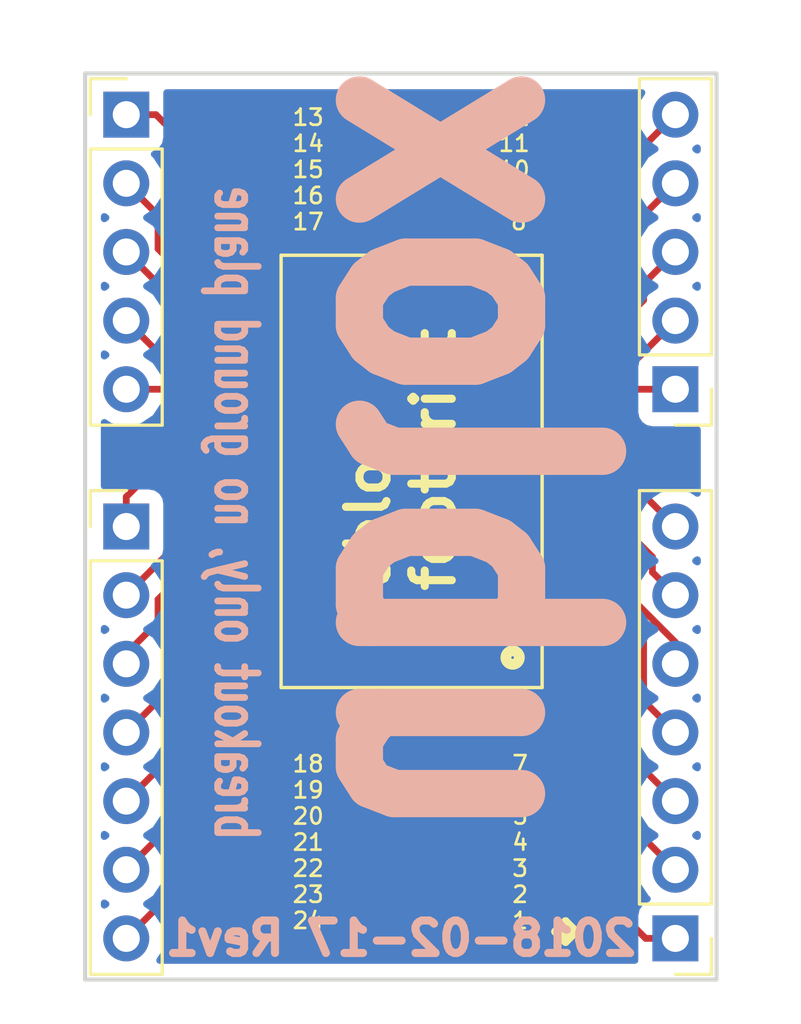
<source format=kicad_pcb>
(kicad_pcb (version 4) (host pcbnew 4.0.7)

  (general
    (links 24)
    (no_connects 0)
    (area 135.560999 92.380999 159.079001 126.059001)
    (thickness 1.6)
    (drawings 13)
    (tracks 83)
    (zones 0)
    (modules 5)
    (nets 25)
  )

  (page A4)
  (layers
    (0 F.Cu signal)
    (31 B.Cu signal)
    (32 B.Adhes user)
    (33 F.Adhes user)
    (34 B.Paste user)
    (35 F.Paste user)
    (36 B.SilkS user)
    (37 F.SilkS user)
    (38 B.Mask user)
    (39 F.Mask user)
    (40 Dwgs.User user)
    (41 Cmts.User user)
    (42 Eco1.User user)
    (43 Eco2.User user)
    (44 Edge.Cuts user)
    (45 Margin user)
    (46 B.CrtYd user)
    (47 F.CrtYd user)
    (48 B.Fab user)
    (49 F.Fab user)
  )

  (setup
    (last_trace_width 0.25)
    (trace_clearance 0.2)
    (zone_clearance 0.508)
    (zone_45_only no)
    (trace_min 0.2)
    (segment_width 0.2)
    (edge_width 0.15)
    (via_size 0.6)
    (via_drill 0.4)
    (via_min_size 0.4)
    (via_min_drill 0.3)
    (uvia_size 0.3)
    (uvia_drill 0.1)
    (uvias_allowed no)
    (uvia_min_size 0.2)
    (uvia_min_drill 0.1)
    (pcb_text_width 0.3)
    (pcb_text_size 1.5 1.5)
    (mod_edge_width 0.15)
    (mod_text_size 1 1)
    (mod_text_width 0.15)
    (pad_size 1.524 1.524)
    (pad_drill 0.762)
    (pad_to_mask_clearance 0.2)
    (aux_axis_origin 0 0)
    (visible_elements FFFFFF7F)
    (pcbplotparams
      (layerselection 0x00030_80000001)
      (usegerberextensions false)
      (excludeedgelayer true)
      (linewidth 0.100000)
      (plotframeref false)
      (viasonmask false)
      (mode 1)
      (useauxorigin false)
      (hpglpennumber 1)
      (hpglpenspeed 20)
      (hpglpendiameter 15)
      (hpglpenoverlay 2)
      (psnegative false)
      (psa4output false)
      (plotreference true)
      (plotvalue true)
      (plotinvisibletext false)
      (padsonsilk false)
      (subtractmaskfromsilk false)
      (outputformat 1)
      (mirror false)
      (drillshape 1)
      (scaleselection 1)
      (outputdirectory ""))
  )

  (net 0 "")
  (net 1 "Net-(J1-Pad1)")
  (net 2 "Net-(J1-Pad2)")
  (net 3 "Net-(J1-Pad3)")
  (net 4 "Net-(J1-Pad4)")
  (net 5 "Net-(J1-Pad5)")
  (net 6 "Net-(J2-Pad1)")
  (net 7 "Net-(J2-Pad2)")
  (net 8 "Net-(J2-Pad3)")
  (net 9 "Net-(J2-Pad4)")
  (net 10 "Net-(J2-Pad5)")
  (net 11 "Net-(J2-Pad6)")
  (net 12 "Net-(J2-Pad7)")
  (net 13 "Net-(J3-Pad1)")
  (net 14 "Net-(J3-Pad2)")
  (net 15 "Net-(J3-Pad3)")
  (net 16 "Net-(J3-Pad4)")
  (net 17 "Net-(J3-Pad5)")
  (net 18 "Net-(J4-Pad1)")
  (net 19 "Net-(J4-Pad2)")
  (net 20 "Net-(J4-Pad3)")
  (net 21 "Net-(J4-Pad4)")
  (net 22 "Net-(J4-Pad5)")
  (net 23 "Net-(J4-Pad6)")
  (net 24 "Net-(J4-Pad7)")

  (net_class Default "This is the default net class."
    (clearance 0.2)
    (trace_width 0.25)
    (via_dia 0.6)
    (via_drill 0.4)
    (uvia_dia 0.3)
    (uvia_drill 0.1)
    (add_net "Net-(J1-Pad1)")
    (add_net "Net-(J1-Pad2)")
    (add_net "Net-(J1-Pad3)")
    (add_net "Net-(J1-Pad4)")
    (add_net "Net-(J1-Pad5)")
    (add_net "Net-(J2-Pad1)")
    (add_net "Net-(J2-Pad2)")
    (add_net "Net-(J2-Pad3)")
    (add_net "Net-(J2-Pad4)")
    (add_net "Net-(J2-Pad5)")
    (add_net "Net-(J2-Pad6)")
    (add_net "Net-(J2-Pad7)")
    (add_net "Net-(J3-Pad1)")
    (add_net "Net-(J3-Pad2)")
    (add_net "Net-(J3-Pad3)")
    (add_net "Net-(J3-Pad4)")
    (add_net "Net-(J3-Pad5)")
    (add_net "Net-(J4-Pad1)")
    (add_net "Net-(J4-Pad2)")
    (add_net "Net-(J4-Pad3)")
    (add_net "Net-(J4-Pad4)")
    (add_net "Net-(J4-Pad5)")
    (add_net "Net-(J4-Pad6)")
    (add_net "Net-(J4-Pad7)")
  )

  (module Pin_Headers:Pin_Header_Straight_1x05_Pitch2.54mm (layer F.Cu) (tedit 5A890471) (tstamp 5A8903C5)
    (at 137.16 93.98)
    (descr "Through hole straight pin header, 1x05, 2.54mm pitch, single row")
    (tags "Through hole pin header THT 1x05 2.54mm single row")
    (path /5A8901DB)
    (fp_text reference J1 (at 0 -2.33) (layer F.SilkS) hide
      (effects (font (size 1 1) (thickness 0.15)))
    )
    (fp_text value Conn_01x05 (at 0 12.49) (layer F.Fab)
      (effects (font (size 1 1) (thickness 0.15)))
    )
    (fp_line (start -0.635 -1.27) (end 1.27 -1.27) (layer F.Fab) (width 0.1))
    (fp_line (start 1.27 -1.27) (end 1.27 11.43) (layer F.Fab) (width 0.1))
    (fp_line (start 1.27 11.43) (end -1.27 11.43) (layer F.Fab) (width 0.1))
    (fp_line (start -1.27 11.43) (end -1.27 -0.635) (layer F.Fab) (width 0.1))
    (fp_line (start -1.27 -0.635) (end -0.635 -1.27) (layer F.Fab) (width 0.1))
    (fp_line (start -1.33 11.49) (end 1.33 11.49) (layer F.SilkS) (width 0.12))
    (fp_line (start -1.33 1.27) (end -1.33 11.49) (layer F.SilkS) (width 0.12))
    (fp_line (start 1.33 1.27) (end 1.33 11.49) (layer F.SilkS) (width 0.12))
    (fp_line (start -1.33 1.27) (end 1.33 1.27) (layer F.SilkS) (width 0.12))
    (fp_line (start -1.33 0) (end -1.33 -1.33) (layer F.SilkS) (width 0.12))
    (fp_line (start -1.33 -1.33) (end 0 -1.33) (layer F.SilkS) (width 0.12))
    (fp_line (start -1.8 -1.8) (end -1.8 11.95) (layer F.CrtYd) (width 0.05))
    (fp_line (start -1.8 11.95) (end 1.8 11.95) (layer F.CrtYd) (width 0.05))
    (fp_line (start 1.8 11.95) (end 1.8 -1.8) (layer F.CrtYd) (width 0.05))
    (fp_line (start 1.8 -1.8) (end -1.8 -1.8) (layer F.CrtYd) (width 0.05))
    (fp_text user %R (at 0 5.08 90) (layer F.Fab)
      (effects (font (size 1 1) (thickness 0.15)))
    )
    (pad 1 thru_hole rect (at 0 0) (size 1.7 1.7) (drill 1) (layers *.Cu *.Mask)
      (net 1 "Net-(J1-Pad1)"))
    (pad 2 thru_hole oval (at 0 2.54) (size 1.7 1.7) (drill 1) (layers *.Cu *.Mask)
      (net 2 "Net-(J1-Pad2)"))
    (pad 3 thru_hole oval (at 0 5.08) (size 1.7 1.7) (drill 1) (layers *.Cu *.Mask)
      (net 3 "Net-(J1-Pad3)"))
    (pad 4 thru_hole oval (at 0 7.62) (size 1.7 1.7) (drill 1) (layers *.Cu *.Mask)
      (net 4 "Net-(J1-Pad4)"))
    (pad 5 thru_hole oval (at 0 10.16) (size 1.7 1.7) (drill 1) (layers *.Cu *.Mask)
      (net 5 "Net-(J1-Pad5)"))
    (model ${KISYS3DMOD}/Pin_Headers.3dshapes/Pin_Header_Straight_1x05_Pitch2.54mm.wrl
      (at (xyz 0 0 0))
      (scale (xyz 1 1 1))
      (rotate (xyz 0 0 0))
    )
  )

  (module Pin_Headers:Pin_Header_Straight_1x07_Pitch2.54mm (layer F.Cu) (tedit 5A89046C) (tstamp 5A8903D0)
    (at 137.16 109.22)
    (descr "Through hole straight pin header, 1x07, 2.54mm pitch, single row")
    (tags "Through hole pin header THT 1x07 2.54mm single row")
    (path /5A890391)
    (fp_text reference J2 (at 0 -2.33) (layer F.SilkS) hide
      (effects (font (size 1 1) (thickness 0.15)))
    )
    (fp_text value Conn_01x07 (at 0 17.57) (layer F.Fab)
      (effects (font (size 1 1) (thickness 0.15)))
    )
    (fp_line (start -0.635 -1.27) (end 1.27 -1.27) (layer F.Fab) (width 0.1))
    (fp_line (start 1.27 -1.27) (end 1.27 16.51) (layer F.Fab) (width 0.1))
    (fp_line (start 1.27 16.51) (end -1.27 16.51) (layer F.Fab) (width 0.1))
    (fp_line (start -1.27 16.51) (end -1.27 -0.635) (layer F.Fab) (width 0.1))
    (fp_line (start -1.27 -0.635) (end -0.635 -1.27) (layer F.Fab) (width 0.1))
    (fp_line (start -1.33 16.57) (end 1.33 16.57) (layer F.SilkS) (width 0.12))
    (fp_line (start -1.33 1.27) (end -1.33 16.57) (layer F.SilkS) (width 0.12))
    (fp_line (start 1.33 1.27) (end 1.33 16.57) (layer F.SilkS) (width 0.12))
    (fp_line (start -1.33 1.27) (end 1.33 1.27) (layer F.SilkS) (width 0.12))
    (fp_line (start -1.33 0) (end -1.33 -1.33) (layer F.SilkS) (width 0.12))
    (fp_line (start -1.33 -1.33) (end 0 -1.33) (layer F.SilkS) (width 0.12))
    (fp_line (start -1.8 -1.8) (end -1.8 17.05) (layer F.CrtYd) (width 0.05))
    (fp_line (start -1.8 17.05) (end 1.8 17.05) (layer F.CrtYd) (width 0.05))
    (fp_line (start 1.8 17.05) (end 1.8 -1.8) (layer F.CrtYd) (width 0.05))
    (fp_line (start 1.8 -1.8) (end -1.8 -1.8) (layer F.CrtYd) (width 0.05))
    (fp_text user %R (at 0 7.62 90) (layer F.Fab)
      (effects (font (size 1 1) (thickness 0.15)))
    )
    (pad 1 thru_hole rect (at 0 0) (size 1.7 1.7) (drill 1) (layers *.Cu *.Mask)
      (net 6 "Net-(J2-Pad1)"))
    (pad 2 thru_hole oval (at 0 2.54) (size 1.7 1.7) (drill 1) (layers *.Cu *.Mask)
      (net 7 "Net-(J2-Pad2)"))
    (pad 3 thru_hole oval (at 0 5.08) (size 1.7 1.7) (drill 1) (layers *.Cu *.Mask)
      (net 8 "Net-(J2-Pad3)"))
    (pad 4 thru_hole oval (at 0 7.62) (size 1.7 1.7) (drill 1) (layers *.Cu *.Mask)
      (net 9 "Net-(J2-Pad4)"))
    (pad 5 thru_hole oval (at 0 10.16) (size 1.7 1.7) (drill 1) (layers *.Cu *.Mask)
      (net 10 "Net-(J2-Pad5)"))
    (pad 6 thru_hole oval (at 0 12.7) (size 1.7 1.7) (drill 1) (layers *.Cu *.Mask)
      (net 11 "Net-(J2-Pad6)"))
    (pad 7 thru_hole oval (at 0 15.24) (size 1.7 1.7) (drill 1) (layers *.Cu *.Mask)
      (net 12 "Net-(J2-Pad7)"))
    (model ${KISYS3DMOD}/Pin_Headers.3dshapes/Pin_Header_Straight_1x07_Pitch2.54mm.wrl
      (at (xyz 0 0 0))
      (scale (xyz 1 1 1))
      (rotate (xyz 0 0 0))
    )
  )

  (module Pin_Headers:Pin_Header_Straight_1x05_Pitch2.54mm (layer F.Cu) (tedit 5A890466) (tstamp 5A8903D9)
    (at 157.48 104.14 180)
    (descr "Through hole straight pin header, 1x05, 2.54mm pitch, single row")
    (tags "Through hole pin header THT 1x05 2.54mm single row")
    (path /5A8902A3)
    (fp_text reference J3 (at 0 -2.33 180) (layer F.SilkS) hide
      (effects (font (size 1 1) (thickness 0.15)))
    )
    (fp_text value Conn_01x05 (at 0 12.49 180) (layer F.Fab)
      (effects (font (size 1 1) (thickness 0.15)))
    )
    (fp_line (start -0.635 -1.27) (end 1.27 -1.27) (layer F.Fab) (width 0.1))
    (fp_line (start 1.27 -1.27) (end 1.27 11.43) (layer F.Fab) (width 0.1))
    (fp_line (start 1.27 11.43) (end -1.27 11.43) (layer F.Fab) (width 0.1))
    (fp_line (start -1.27 11.43) (end -1.27 -0.635) (layer F.Fab) (width 0.1))
    (fp_line (start -1.27 -0.635) (end -0.635 -1.27) (layer F.Fab) (width 0.1))
    (fp_line (start -1.33 11.49) (end 1.33 11.49) (layer F.SilkS) (width 0.12))
    (fp_line (start -1.33 1.27) (end -1.33 11.49) (layer F.SilkS) (width 0.12))
    (fp_line (start 1.33 1.27) (end 1.33 11.49) (layer F.SilkS) (width 0.12))
    (fp_line (start -1.33 1.27) (end 1.33 1.27) (layer F.SilkS) (width 0.12))
    (fp_line (start -1.33 0) (end -1.33 -1.33) (layer F.SilkS) (width 0.12))
    (fp_line (start -1.33 -1.33) (end 0 -1.33) (layer F.SilkS) (width 0.12))
    (fp_line (start -1.8 -1.8) (end -1.8 11.95) (layer F.CrtYd) (width 0.05))
    (fp_line (start -1.8 11.95) (end 1.8 11.95) (layer F.CrtYd) (width 0.05))
    (fp_line (start 1.8 11.95) (end 1.8 -1.8) (layer F.CrtYd) (width 0.05))
    (fp_line (start 1.8 -1.8) (end -1.8 -1.8) (layer F.CrtYd) (width 0.05))
    (fp_text user %R (at 0 5.08 270) (layer F.Fab)
      (effects (font (size 1 1) (thickness 0.15)))
    )
    (pad 1 thru_hole rect (at 0 0 180) (size 1.7 1.7) (drill 1) (layers *.Cu *.Mask)
      (net 13 "Net-(J3-Pad1)"))
    (pad 2 thru_hole oval (at 0 2.54 180) (size 1.7 1.7) (drill 1) (layers *.Cu *.Mask)
      (net 14 "Net-(J3-Pad2)"))
    (pad 3 thru_hole oval (at 0 5.08 180) (size 1.7 1.7) (drill 1) (layers *.Cu *.Mask)
      (net 15 "Net-(J3-Pad3)"))
    (pad 4 thru_hole oval (at 0 7.62 180) (size 1.7 1.7) (drill 1) (layers *.Cu *.Mask)
      (net 16 "Net-(J3-Pad4)"))
    (pad 5 thru_hole oval (at 0 10.16 180) (size 1.7 1.7) (drill 1) (layers *.Cu *.Mask)
      (net 17 "Net-(J3-Pad5)"))
    (model ${KISYS3DMOD}/Pin_Headers.3dshapes/Pin_Header_Straight_1x05_Pitch2.54mm.wrl
      (at (xyz 0 0 0))
      (scale (xyz 1 1 1))
      (rotate (xyz 0 0 0))
    )
  )

  (module Pin_Headers:Pin_Header_Straight_1x07_Pitch2.54mm (layer F.Cu) (tedit 5A890461) (tstamp 5A8903E4)
    (at 157.48 124.46 180)
    (descr "Through hole straight pin header, 1x07, 2.54mm pitch, single row")
    (tags "Through hole pin header THT 1x07 2.54mm single row")
    (path /5A890454)
    (fp_text reference J4 (at 0 -2.33 180) (layer F.SilkS) hide
      (effects (font (size 1 1) (thickness 0.15)))
    )
    (fp_text value Conn_01x07 (at 0 17.57 180) (layer F.Fab)
      (effects (font (size 1 1) (thickness 0.15)))
    )
    (fp_line (start -0.635 -1.27) (end 1.27 -1.27) (layer F.Fab) (width 0.1))
    (fp_line (start 1.27 -1.27) (end 1.27 16.51) (layer F.Fab) (width 0.1))
    (fp_line (start 1.27 16.51) (end -1.27 16.51) (layer F.Fab) (width 0.1))
    (fp_line (start -1.27 16.51) (end -1.27 -0.635) (layer F.Fab) (width 0.1))
    (fp_line (start -1.27 -0.635) (end -0.635 -1.27) (layer F.Fab) (width 0.1))
    (fp_line (start -1.33 16.57) (end 1.33 16.57) (layer F.SilkS) (width 0.12))
    (fp_line (start -1.33 1.27) (end -1.33 16.57) (layer F.SilkS) (width 0.12))
    (fp_line (start 1.33 1.27) (end 1.33 16.57) (layer F.SilkS) (width 0.12))
    (fp_line (start -1.33 1.27) (end 1.33 1.27) (layer F.SilkS) (width 0.12))
    (fp_line (start -1.33 0) (end -1.33 -1.33) (layer F.SilkS) (width 0.12))
    (fp_line (start -1.33 -1.33) (end 0 -1.33) (layer F.SilkS) (width 0.12))
    (fp_line (start -1.8 -1.8) (end -1.8 17.05) (layer F.CrtYd) (width 0.05))
    (fp_line (start -1.8 17.05) (end 1.8 17.05) (layer F.CrtYd) (width 0.05))
    (fp_line (start 1.8 17.05) (end 1.8 -1.8) (layer F.CrtYd) (width 0.05))
    (fp_line (start 1.8 -1.8) (end -1.8 -1.8) (layer F.CrtYd) (width 0.05))
    (fp_text user %R (at 0 7.62 270) (layer F.Fab)
      (effects (font (size 1 1) (thickness 0.15)))
    )
    (pad 1 thru_hole rect (at 0 0 180) (size 1.7 1.7) (drill 1) (layers *.Cu *.Mask)
      (net 18 "Net-(J4-Pad1)"))
    (pad 2 thru_hole oval (at 0 2.54 180) (size 1.7 1.7) (drill 1) (layers *.Cu *.Mask)
      (net 19 "Net-(J4-Pad2)"))
    (pad 3 thru_hole oval (at 0 5.08 180) (size 1.7 1.7) (drill 1) (layers *.Cu *.Mask)
      (net 20 "Net-(J4-Pad3)"))
    (pad 4 thru_hole oval (at 0 7.62 180) (size 1.7 1.7) (drill 1) (layers *.Cu *.Mask)
      (net 21 "Net-(J4-Pad4)"))
    (pad 5 thru_hole oval (at 0 10.16 180) (size 1.7 1.7) (drill 1) (layers *.Cu *.Mask)
      (net 22 "Net-(J4-Pad5)"))
    (pad 6 thru_hole oval (at 0 12.7 180) (size 1.7 1.7) (drill 1) (layers *.Cu *.Mask)
      (net 23 "Net-(J4-Pad6)"))
    (pad 7 thru_hole oval (at 0 15.24 180) (size 1.7 1.7) (drill 1) (layers *.Cu *.Mask)
      (net 24 "Net-(J4-Pad7)"))
    (model ${KISYS3DMOD}/Pin_Headers.3dshapes/Pin_Header_Straight_1x07_Pitch2.54mm.wrl
      (at (xyz 0 0 0))
      (scale (xyz 1 1 1))
      (rotate (xyz 0 0 0))
    )
  )

  (module CustomFootprintLibrary:UBLOX_NEO-6 (layer F.Cu) (tedit 5A890988) (tstamp 5A890400)
    (at 147.32 106.68)
    (descr "NEO-6 SERIES - U-BLOX 6 NEO SERIES GALILEO-READY GPS MODULES")
    (tags "NEO-6 SERIES - U-BLOX 6 NEO SERIES GALILEO-READY GPS MODULES")
    (path /5A8901A5)
    (attr smd)
    (fp_text reference M1 (at -1.905 0 90) (layer F.SilkS) hide
      (effects (font (thickness 0.15)))
    )
    (fp_text value UBLOX_NEO-6 (at 1.905 0.635 90) (layer F.SilkS) hide
      (effects (font (thickness 0.15)))
    )
    (fp_line (start -4.42976 -7.49808) (end 5.22986 -7.49808) (layer F.SilkS) (width 0.127))
    (fp_line (start -4.42976 -7.49808) (end -4.42976 8.49884) (layer F.SilkS) (width 0.127))
    (fp_line (start -4.42976 8.49884) (end 5.22986 8.49884) (layer F.SilkS) (width 0.127))
    (fp_line (start 5.22986 8.49884) (end 5.22986 -7.49808) (layer F.SilkS) (width 0.127))
    (fp_circle (center 4.13766 7.38886) (end 4.13766 7.13994) (layer F.SilkS) (width 0.39878))
    (pad 1_RE smd rect (at 6.39826 7.39902 90) (size 0.79756 1.79832) (layers F.Cu F.Paste F.Mask)
      (net 18 "Net-(J4-Pad1)"))
    (pad 2_SS smd rect (at 6.39826 6.2992 90) (size 0.79756 1.79832) (layers F.Cu F.Paste F.Mask)
      (net 19 "Net-(J4-Pad2)"))
    (pad 3_TI smd rect (at 6.39826 5.19938 90) (size 0.79756 1.79832) (layers F.Cu F.Paste F.Mask)
      (net 20 "Net-(J4-Pad3)"))
    (pad 4_EX smd rect (at 6.39826 4.09956 90) (size 0.79756 1.79832) (layers F.Cu F.Paste F.Mask)
      (net 21 "Net-(J4-Pad4)"))
    (pad 5_US smd rect (at 6.39826 2.99974 90) (size 0.79756 1.79832) (layers F.Cu F.Paste F.Mask)
      (net 22 "Net-(J4-Pad5)"))
    (pad 6_US smd rect (at 6.39826 1.89992 90) (size 0.79756 1.79832) (layers F.Cu F.Paste F.Mask)
      (net 23 "Net-(J4-Pad6)"))
    (pad 7_VD smd rect (at 6.39826 0.79756 90) (size 0.79756 1.79832) (layers F.Cu F.Paste F.Mask)
      (net 24 "Net-(J4-Pad7)"))
    (pad 8_RE smd rect (at 6.39826 -2.19964 90) (size 0.79756 1.79832) (layers F.Cu F.Paste F.Mask)
      (net 13 "Net-(J3-Pad1)"))
    (pad 9_VC smd rect (at 6.39826 -3.29946 90) (size 0.79756 1.79832) (layers F.Cu F.Paste F.Mask)
      (net 14 "Net-(J3-Pad2)"))
    (pad 10_G smd rect (at 6.39826 -4.39928 90) (size 0.79756 1.79832) (layers F.Cu F.Paste F.Mask)
      (net 15 "Net-(J3-Pad3)"))
    (pad 11_R smd rect (at 6.39826 -5.4991 90) (size 0.79756 1.79832) (layers F.Cu F.Paste F.Mask)
      (net 16 "Net-(J3-Pad4)"))
    (pad 12_G smd rect (at 6.39826 -6.59892 90) (size 0.79756 1.79832) (layers F.Cu F.Paste F.Mask)
      (net 17 "Net-(J3-Pad5)"))
    (pad 13_G smd rect (at -5.59816 -6.59892 90) (size 0.79756 1.79832) (layers F.Cu F.Paste F.Mask)
      (net 1 "Net-(J1-Pad1)"))
    (pad 14_M smd rect (at -5.59816 -5.4991 90) (size 0.79756 1.79832) (layers F.Cu F.Paste F.Mask)
      (net 2 "Net-(J1-Pad2)"))
    (pad 15_M smd rect (at -5.59816 -4.39928 90) (size 0.79756 1.79832) (layers F.Cu F.Paste F.Mask)
      (net 3 "Net-(J1-Pad3)"))
    (pad 16_C smd rect (at -5.59816 -3.29946 90) (size 0.79756 1.79832) (layers F.Cu F.Paste F.Mask)
      (net 4 "Net-(J1-Pad4)"))
    (pad 17_R smd rect (at -5.59816 -2.19964 90) (size 0.79756 1.79832) (layers F.Cu F.Paste F.Mask)
      (net 5 "Net-(J1-Pad5)"))
    (pad 18_S smd rect (at -5.59816 0.79756 90) (size 0.79756 1.79832) (layers F.Cu F.Paste F.Mask)
      (net 6 "Net-(J2-Pad1)"))
    (pad 19_S smd rect (at -5.59816 1.89992 90) (size 0.79756 1.79832) (layers F.Cu F.Paste F.Mask)
      (net 7 "Net-(J2-Pad2)"))
    (pad 20_T smd rect (at -5.59816 2.99974 90) (size 0.79756 1.79832) (layers F.Cu F.Paste F.Mask)
      (net 8 "Net-(J2-Pad3)"))
    (pad 21_R smd rect (at -5.59816 4.09956 90) (size 0.79756 1.79832) (layers F.Cu F.Paste F.Mask)
      (net 9 "Net-(J2-Pad4)"))
    (pad 22_V smd rect (at -5.59816 5.19938 90) (size 0.79756 1.79832) (layers F.Cu F.Paste F.Mask)
      (net 10 "Net-(J2-Pad5)"))
    (pad 23_V smd rect (at -5.59816 6.2992 90) (size 0.79756 1.79832) (layers F.Cu F.Paste F.Mask)
      (net 11 "Net-(J2-Pad6)"))
    (pad 24_G smd rect (at -5.59816 7.39902 90) (size 0.79756 1.79832) (layers F.Cu F.Paste F.Mask)
      (net 12 "Net-(J2-Pad7)"))
  )

  (gr_text "ublox\nfootprint" (at 147.32 111.76 90) (layer F.SilkS)
    (effects (font (size 1.5 1.5) (thickness 0.3)) (justify left))
  )
  (gr_text "breakout only, no ground plane" (at 141.224 108.712 270) (layer B.SilkS)
    (effects (font (size 1.5 1) (thickness 0.25)) (justify mirror))
  )
  (gr_text ublox (at 149.86 121.92 270) (layer B.SilkS)
    (effects (font (size 9 7) (thickness 1.75)) (justify left mirror))
  )
  (gr_text "2018-02-17 Rev1" (at 147.32 124.46) (layer B.SilkS)
    (effects (font (size 1.2 1.2) (thickness 0.3)) (justify mirror))
  )
  (gr_text "13\n14\n15\n16\n17" (at 143.256 96.012) (layer F.SilkS) (tstamp 5A8906E7)
    (effects (font (size 0.6 0.6) (thickness 0.1)) (justify left))
  )
  (gr_text "12\n11\n10\n 9\n 8" (at 150.876 96.012) (layer F.SilkS) (tstamp 5A8906BF)
    (effects (font (size 0.6 0.6) (thickness 0.1)) (justify left))
  )
  (gr_text "18\n19\n20\n21\n22\n23\n24" (at 143.256 120.904) (layer F.SilkS) (tstamp 5A890674)
    (effects (font (size 0.6 0.6) (thickness 0.1)) (justify left))
  )
  (gr_text "7\n6\n5\n4\n3\n2\n1" (at 151.384 120.904) (layer F.SilkS)
    (effects (font (size 0.6 0.6) (thickness 0.1)) (justify left))
  )
  (gr_line (start 159.004 92.456) (end 135.636 92.456) (layer Edge.Cuts) (width 0.15))
  (gr_line (start 159.004 125.984) (end 159.004 92.456) (layer Edge.Cuts) (width 0.15))
  (gr_line (start 135.636 125.984) (end 159.004 125.984) (layer Edge.Cuts) (width 0.15))
  (gr_line (start 135.636 92.456) (end 135.636 125.984) (layer Edge.Cuts) (width 0.15))
  (gr_text . (at 153.416 120.904) (layer F.SilkS)
    (effects (font (size 8 8) (thickness 0.3)))
  )

  (segment (start 137.16 93.98) (end 138.26 93.98) (width 0.25) (layer F.Cu) (net 1))
  (segment (start 138.26 93.98) (end 141.72184 97.44184) (width 0.25) (layer F.Cu) (net 1))
  (segment (start 141.72184 97.44184) (end 141.72184 99.4323) (width 0.25) (layer F.Cu) (net 1))
  (segment (start 141.72184 99.4323) (end 141.72184 100.08108) (width 0.25) (layer F.Cu) (net 1))
  (segment (start 137.16 96.52) (end 138.335001 97.695001) (width 0.25) (layer F.Cu) (net 2))
  (segment (start 138.335001 97.695001) (end 138.335001 98.943221) (width 0.25) (layer F.Cu) (net 2))
  (segment (start 138.335001 98.943221) (end 140.57268 101.1809) (width 0.25) (layer F.Cu) (net 2))
  (segment (start 140.57268 101.1809) (end 141.72184 101.1809) (width 0.25) (layer F.Cu) (net 2))
  (segment (start 137.16 99.06) (end 140.38072 102.28072) (width 0.25) (layer F.Cu) (net 3))
  (segment (start 140.38072 102.28072) (end 141.72184 102.28072) (width 0.25) (layer F.Cu) (net 3))
  (segment (start 137.16 101.6) (end 138.94054 103.38054) (width 0.25) (layer F.Cu) (net 4))
  (segment (start 138.94054 103.38054) (end 141.72184 103.38054) (width 0.25) (layer F.Cu) (net 4))
  (segment (start 137.16 104.14) (end 141.38148 104.14) (width 0.25) (layer F.Cu) (net 5))
  (segment (start 141.38148 104.14) (end 141.72184 104.48036) (width 0.25) (layer F.Cu) (net 5))
  (segment (start 137.16 109.22) (end 137.16 108.12) (width 0.25) (layer F.Cu) (net 6))
  (segment (start 137.16 108.12) (end 137.80244 107.47756) (width 0.25) (layer F.Cu) (net 6))
  (segment (start 137.80244 107.47756) (end 140.57268 107.47756) (width 0.25) (layer F.Cu) (net 6))
  (segment (start 140.57268 107.47756) (end 141.72184 107.47756) (width 0.25) (layer F.Cu) (net 6))
  (segment (start 137.16 111.76) (end 140.34008 108.57992) (width 0.25) (layer F.Cu) (net 7))
  (segment (start 140.34008 108.57992) (end 141.72184 108.57992) (width 0.25) (layer F.Cu) (net 7))
  (segment (start 138.335001 111.917419) (end 140.57268 109.67974) (width 0.25) (layer F.Cu) (net 8))
  (segment (start 138.335001 112.746867) (end 138.335001 111.917419) (width 0.25) (layer F.Cu) (net 8))
  (segment (start 137.16 113.921868) (end 138.335001 112.746867) (width 0.25) (layer F.Cu) (net 8))
  (segment (start 140.57268 109.67974) (end 141.72184 109.67974) (width 0.25) (layer F.Cu) (net 8))
  (segment (start 137.16 114.3) (end 137.16 113.921868) (width 0.25) (layer F.Cu) (net 8))
  (segment (start 137.16 116.84) (end 138.684 115.316) (width 0.25) (layer F.Cu) (net 9))
  (segment (start 138.684 115.316) (end 138.684 113.034278) (width 0.25) (layer F.Cu) (net 9))
  (segment (start 138.684 113.034278) (end 140.938718 110.77956) (width 0.25) (layer F.Cu) (net 9))
  (segment (start 140.938718 110.77956) (end 141.72184 110.77956) (width 0.25) (layer F.Cu) (net 9))
  (segment (start 137.16 119.38) (end 139.192 117.348) (width 0.25) (layer F.Cu) (net 10))
  (segment (start 139.192 117.348) (end 139.192 113.26006) (width 0.25) (layer F.Cu) (net 10))
  (segment (start 139.192 113.26006) (end 140.57268 111.87938) (width 0.25) (layer F.Cu) (net 10))
  (segment (start 140.57268 111.87938) (end 141.72184 111.87938) (width 0.25) (layer F.Cu) (net 10))
  (segment (start 137.16 121.92) (end 140.208 118.872) (width 0.25) (layer F.Cu) (net 11))
  (segment (start 140.208 118.872) (end 140.208 113.34388) (width 0.25) (layer F.Cu) (net 11))
  (segment (start 140.208 113.34388) (end 140.57268 112.9792) (width 0.25) (layer F.Cu) (net 11))
  (segment (start 140.57268 112.9792) (end 141.72184 112.9792) (width 0.25) (layer F.Cu) (net 11))
  (segment (start 137.16 124.46) (end 141.72184 119.89816) (width 0.25) (layer F.Cu) (net 12))
  (segment (start 141.72184 119.89816) (end 141.72184 114.07902) (width 0.25) (layer F.Cu) (net 12))
  (segment (start 157.48 104.14) (end 154.05862 104.14) (width 0.25) (layer F.Cu) (net 13))
  (segment (start 154.05862 104.14) (end 153.71826 104.48036) (width 0.25) (layer F.Cu) (net 13))
  (segment (start 157.48 101.6) (end 155.69946 103.38054) (width 0.25) (layer F.Cu) (net 14))
  (segment (start 155.69946 103.38054) (end 153.71826 103.38054) (width 0.25) (layer F.Cu) (net 14))
  (segment (start 157.48 99.06) (end 156.304999 100.235001) (width 0.25) (layer F.Cu) (net 15))
  (segment (start 156.304999 100.235001) (end 156.304999 100.843141) (width 0.25) (layer F.Cu) (net 15))
  (segment (start 156.304999 100.843141) (end 154.86742 102.28072) (width 0.25) (layer F.Cu) (net 15))
  (segment (start 154.86742 102.28072) (end 153.71826 102.28072) (width 0.25) (layer F.Cu) (net 15))
  (segment (start 157.48 96.52) (end 154.942421 99.057579) (width 0.25) (layer F.Cu) (net 16))
  (segment (start 154.942421 99.057579) (end 154.942421 101.105899) (width 0.25) (layer F.Cu) (net 16))
  (segment (start 154.942421 101.105899) (end 154.86742 101.1809) (width 0.25) (layer F.Cu) (net 16))
  (segment (start 154.86742 101.1809) (end 153.71826 101.1809) (width 0.25) (layer F.Cu) (net 16))
  (segment (start 157.48 93.98) (end 153.71826 97.74174) (width 0.25) (layer F.Cu) (net 17))
  (segment (start 153.71826 97.74174) (end 153.71826 100.08108) (width 0.25) (layer F.Cu) (net 17))
  (segment (start 157.48 124.46) (end 156.38 124.46) (width 0.25) (layer F.Cu) (net 18))
  (segment (start 156.38 124.46) (end 153.71826 121.79826) (width 0.25) (layer F.Cu) (net 18))
  (segment (start 153.71826 121.79826) (end 153.71826 114.7278) (width 0.25) (layer F.Cu) (net 18))
  (segment (start 153.71826 114.7278) (end 153.71826 114.07902) (width 0.25) (layer F.Cu) (net 18))
  (segment (start 154.86742 112.9792) (end 153.71826 112.9792) (width 0.25) (layer F.Cu) (net 19))
  (segment (start 155.404977 113.516757) (end 154.86742 112.9792) (width 0.25) (layer F.Cu) (net 19))
  (segment (start 155.404977 119.844977) (end 155.404977 113.516757) (width 0.25) (layer F.Cu) (net 19))
  (segment (start 157.48 121.92) (end 155.404977 119.844977) (width 0.25) (layer F.Cu) (net 19))
  (segment (start 154.587558 111.87938) (end 153.71826 111.87938) (width 0.25) (layer F.Cu) (net 20))
  (segment (start 155.854988 113.14681) (end 154.587558 111.87938) (width 0.25) (layer F.Cu) (net 20))
  (segment (start 155.854988 117.754988) (end 155.854988 113.14681) (width 0.25) (layer F.Cu) (net 20))
  (segment (start 157.48 119.38) (end 155.854988 117.754988) (width 0.25) (layer F.Cu) (net 20))
  (segment (start 154.877421 111.155599) (end 154.094299 111.155599) (width 0.25) (layer F.Cu) (net 21))
  (segment (start 154.094299 111.155599) (end 153.71826 110.77956) (width 0.25) (layer F.Cu) (net 21))
  (segment (start 154.942421 111.220599) (end 154.877421 111.155599) (width 0.25) (layer F.Cu) (net 21))
  (segment (start 154.942421 111.597833) (end 154.942421 111.220599) (width 0.25) (layer F.Cu) (net 21))
  (segment (start 156.304999 115.664999) (end 156.304999 112.960411) (width 0.25) (layer F.Cu) (net 21))
  (segment (start 157.48 116.84) (end 156.304999 115.664999) (width 0.25) (layer F.Cu) (net 21))
  (segment (start 156.304999 112.960411) (end 154.942421 111.597833) (width 0.25) (layer F.Cu) (net 21))
  (segment (start 155.392432 111.411434) (end 155.392432 110.204752) (width 0.25) (layer F.Cu) (net 22))
  (segment (start 157.48 113.499002) (end 155.392432 111.411434) (width 0.25) (layer F.Cu) (net 22))
  (segment (start 157.48 114.3) (end 157.48 113.499002) (width 0.25) (layer F.Cu) (net 22))
  (segment (start 155.392432 110.204752) (end 154.86742 109.67974) (width 0.25) (layer F.Cu) (net 22))
  (segment (start 154.86742 109.67974) (end 153.71826 109.67974) (width 0.25) (layer F.Cu) (net 22))
  (segment (start 157.48 111.76) (end 156.630001 110.910001) (width 0.25) (layer F.Cu) (net 23))
  (segment (start 156.630001 110.910001) (end 156.630001 110.342501) (width 0.25) (layer F.Cu) (net 23))
  (segment (start 156.630001 110.342501) (end 154.86742 108.57992) (width 0.25) (layer F.Cu) (net 23))
  (segment (start 154.86742 108.57992) (end 153.71826 108.57992) (width 0.25) (layer F.Cu) (net 23))
  (segment (start 157.48 109.22) (end 155.73756 107.47756) (width 0.25) (layer F.Cu) (net 24))
  (segment (start 155.73756 107.47756) (end 153.71826 107.47756) (width 0.25) (layer F.Cu) (net 24))

  (zone (net 0) (net_name "") (layer B.Cu) (tstamp 0) (hatch edge 0.508)
    (connect_pads (clearance 0.508))
    (min_thickness 0.254)
    (fill yes (arc_segments 16) (thermal_gap 0.508) (thermal_bridge_width 0.508))
    (polygon
      (pts
        (xy 135.636 92.456) (xy 135.636 125.984) (xy 159.004 125.984) (xy 159.004 92.456)
      )
    )
    (filled_polygon
      (pts
        (xy 156.078946 93.411715) (xy 155.965907 93.98) (xy 156.078946 94.548285) (xy 156.400853 95.030054) (xy 156.730026 95.25)
        (xy 156.400853 95.469946) (xy 156.078946 95.951715) (xy 155.965907 96.52) (xy 156.078946 97.088285) (xy 156.400853 97.570054)
        (xy 156.730026 97.79) (xy 156.400853 98.009946) (xy 156.078946 98.491715) (xy 155.965907 99.06) (xy 156.078946 99.628285)
        (xy 156.400853 100.110054) (xy 156.730026 100.33) (xy 156.400853 100.549946) (xy 156.078946 101.031715) (xy 155.965907 101.6)
        (xy 156.078946 102.168285) (xy 156.400853 102.650054) (xy 156.442452 102.67785) (xy 156.394683 102.686838) (xy 156.178559 102.82591)
        (xy 156.033569 103.03811) (xy 155.98256 103.29) (xy 155.98256 104.99) (xy 156.026838 105.225317) (xy 156.16591 105.441441)
        (xy 156.37811 105.586431) (xy 156.63 105.63744) (xy 158.294 105.63744) (xy 158.294 107.992781) (xy 158.077378 107.848039)
        (xy 157.509093 107.735) (xy 157.450907 107.735) (xy 156.882622 107.848039) (xy 156.400853 108.169946) (xy 156.078946 108.651715)
        (xy 155.965907 109.22) (xy 156.078946 109.788285) (xy 156.400853 110.270054) (xy 156.730026 110.49) (xy 156.400853 110.709946)
        (xy 156.078946 111.191715) (xy 155.965907 111.76) (xy 156.078946 112.328285) (xy 156.400853 112.810054) (xy 156.730026 113.03)
        (xy 156.400853 113.249946) (xy 156.078946 113.731715) (xy 155.965907 114.3) (xy 156.078946 114.868285) (xy 156.400853 115.350054)
        (xy 156.730026 115.57) (xy 156.400853 115.789946) (xy 156.078946 116.271715) (xy 155.965907 116.84) (xy 156.078946 117.408285)
        (xy 156.400853 117.890054) (xy 156.730026 118.11) (xy 156.400853 118.329946) (xy 156.078946 118.811715) (xy 155.965907 119.38)
        (xy 156.078946 119.948285) (xy 156.400853 120.430054) (xy 156.730026 120.65) (xy 156.400853 120.869946) (xy 156.078946 121.351715)
        (xy 155.965907 121.92) (xy 156.078946 122.488285) (xy 156.400853 122.970054) (xy 156.442452 122.99785) (xy 156.394683 123.006838)
        (xy 156.178559 123.14591) (xy 156.033569 123.35811) (xy 155.98256 123.61) (xy 155.98256 125.274) (xy 138.396873 125.274)
        (xy 138.561054 125.028285) (xy 138.674093 124.46) (xy 138.561054 123.891715) (xy 138.239147 123.409946) (xy 137.909974 123.19)
        (xy 138.239147 122.970054) (xy 138.561054 122.488285) (xy 138.674093 121.92) (xy 138.561054 121.351715) (xy 138.239147 120.869946)
        (xy 137.909974 120.65) (xy 138.239147 120.430054) (xy 138.561054 119.948285) (xy 138.674093 119.38) (xy 138.561054 118.811715)
        (xy 138.239147 118.329946) (xy 137.909974 118.11) (xy 138.239147 117.890054) (xy 138.561054 117.408285) (xy 138.674093 116.84)
        (xy 138.561054 116.271715) (xy 138.239147 115.789946) (xy 137.909974 115.57) (xy 138.239147 115.350054) (xy 138.561054 114.868285)
        (xy 138.674093 114.3) (xy 138.561054 113.731715) (xy 138.239147 113.249946) (xy 137.909974 113.03) (xy 138.239147 112.810054)
        (xy 138.561054 112.328285) (xy 138.674093 111.76) (xy 138.561054 111.191715) (xy 138.239147 110.709946) (xy 138.197548 110.68215)
        (xy 138.245317 110.673162) (xy 138.461441 110.53409) (xy 138.606431 110.32189) (xy 138.65744 110.07) (xy 138.65744 108.37)
        (xy 138.613162 108.134683) (xy 138.47409 107.918559) (xy 138.26189 107.773569) (xy 138.01 107.72256) (xy 136.346 107.72256)
        (xy 136.346 105.367219) (xy 136.562622 105.511961) (xy 137.130907 105.625) (xy 137.189093 105.625) (xy 137.757378 105.511961)
        (xy 138.239147 105.190054) (xy 138.561054 104.708285) (xy 138.674093 104.14) (xy 138.561054 103.571715) (xy 138.239147 103.089946)
        (xy 137.909974 102.87) (xy 138.239147 102.650054) (xy 138.561054 102.168285) (xy 138.674093 101.6) (xy 138.561054 101.031715)
        (xy 138.239147 100.549946) (xy 137.909974 100.33) (xy 138.239147 100.110054) (xy 138.561054 99.628285) (xy 138.674093 99.06)
        (xy 138.561054 98.491715) (xy 138.239147 98.009946) (xy 137.909974 97.79) (xy 138.239147 97.570054) (xy 138.561054 97.088285)
        (xy 138.674093 96.52) (xy 138.561054 95.951715) (xy 138.239147 95.469946) (xy 138.197548 95.44215) (xy 138.245317 95.433162)
        (xy 138.461441 95.29409) (xy 138.606431 95.08189) (xy 138.65744 94.83) (xy 138.65744 93.166) (xy 156.243127 93.166)
      )
    )
    (filled_polygon
      (pts
        (xy 136.410026 123.19) (xy 136.346 123.232781) (xy 136.346 123.147219)
      )
    )
    (filled_polygon
      (pts
        (xy 136.410026 120.65) (xy 136.346 120.692781) (xy 136.346 120.607219)
      )
    )
    (filled_polygon
      (pts
        (xy 158.294 120.692781) (xy 158.229974 120.65) (xy 158.294 120.607219)
      )
    )
    (filled_polygon
      (pts
        (xy 136.410026 118.11) (xy 136.346 118.152781) (xy 136.346 118.067219)
      )
    )
    (filled_polygon
      (pts
        (xy 158.294 118.152781) (xy 158.229974 118.11) (xy 158.294 118.067219)
      )
    )
    (filled_polygon
      (pts
        (xy 158.294 115.612781) (xy 158.229974 115.57) (xy 158.294 115.527219)
      )
    )
    (filled_polygon
      (pts
        (xy 136.410026 115.57) (xy 136.346 115.612781) (xy 136.346 115.527219)
      )
    )
    (filled_polygon
      (pts
        (xy 136.410026 113.03) (xy 136.346 113.072781) (xy 136.346 112.987219)
      )
    )
    (filled_polygon
      (pts
        (xy 158.294 113.072781) (xy 158.229974 113.03) (xy 158.294 112.987219)
      )
    )
    (filled_polygon
      (pts
        (xy 158.294 110.532781) (xy 158.229974 110.49) (xy 158.294 110.447219)
      )
    )
    (filled_polygon
      (pts
        (xy 136.410026 102.87) (xy 136.346 102.912781) (xy 136.346 102.827219)
      )
    )
    (filled_polygon
      (pts
        (xy 136.410026 100.33) (xy 136.346 100.372781) (xy 136.346 100.287219)
      )
    )
    (filled_polygon
      (pts
        (xy 158.294 100.372781) (xy 158.229974 100.33) (xy 158.294 100.287219)
      )
    )
    (filled_polygon
      (pts
        (xy 136.410026 97.79) (xy 136.346 97.832781) (xy 136.346 97.747219)
      )
    )
    (filled_polygon
      (pts
        (xy 158.294 97.832781) (xy 158.229974 97.79) (xy 158.294 97.747219)
      )
    )
    (filled_polygon
      (pts
        (xy 158.294 95.292781) (xy 158.229974 95.25) (xy 158.294 95.207219)
      )
    )
  )
)

</source>
